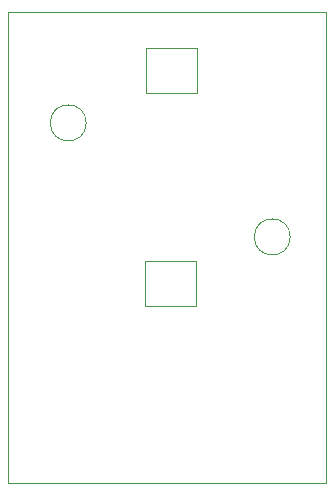
<source format=gbr>
%TF.GenerationSoftware,KiCad,Pcbnew,9.0.0*%
%TF.CreationDate,2025-03-13T20:31:58+01:00*%
%TF.ProjectId,Tasterplatine,54617374-6572-4706-9c61-74696e652e6b,1*%
%TF.SameCoordinates,Original*%
%TF.FileFunction,Profile,NP*%
%FSLAX46Y46*%
G04 Gerber Fmt 4.6, Leading zero omitted, Abs format (unit mm)*
G04 Created by KiCad (PCBNEW 9.0.0) date 2025-03-13 20:31:58*
%MOMM*%
%LPD*%
G01*
G04 APERTURE LIST*
%TA.AperFunction,Profile*%
%ADD10C,0.050000*%
%TD*%
G04 APERTURE END LIST*
D10*
X49252000Y-56348000D02*
G75*
G02*
X46204000Y-56348000I-1524000J0D01*
G01*
X46204000Y-56348000D02*
G75*
G02*
X49252000Y-56348000I1524000J0D01*
G01*
X54205000Y-68032000D02*
X58523000Y-68032000D01*
X58523000Y-71842000D01*
X54205000Y-71842000D01*
X54205000Y-68032000D01*
X54332000Y-49998000D02*
X58650000Y-49998000D01*
X58650000Y-53808000D01*
X54332000Y-53808000D01*
X54332000Y-49998000D01*
X42648000Y-46950000D02*
X69572000Y-46950000D01*
X69572000Y-86828000D01*
X42648000Y-86828000D01*
X42648000Y-46950000D01*
X66524000Y-66000000D02*
G75*
G02*
X63476000Y-66000000I-1524000J0D01*
G01*
X63476000Y-66000000D02*
G75*
G02*
X66524000Y-66000000I1524000J0D01*
G01*
M02*

</source>
